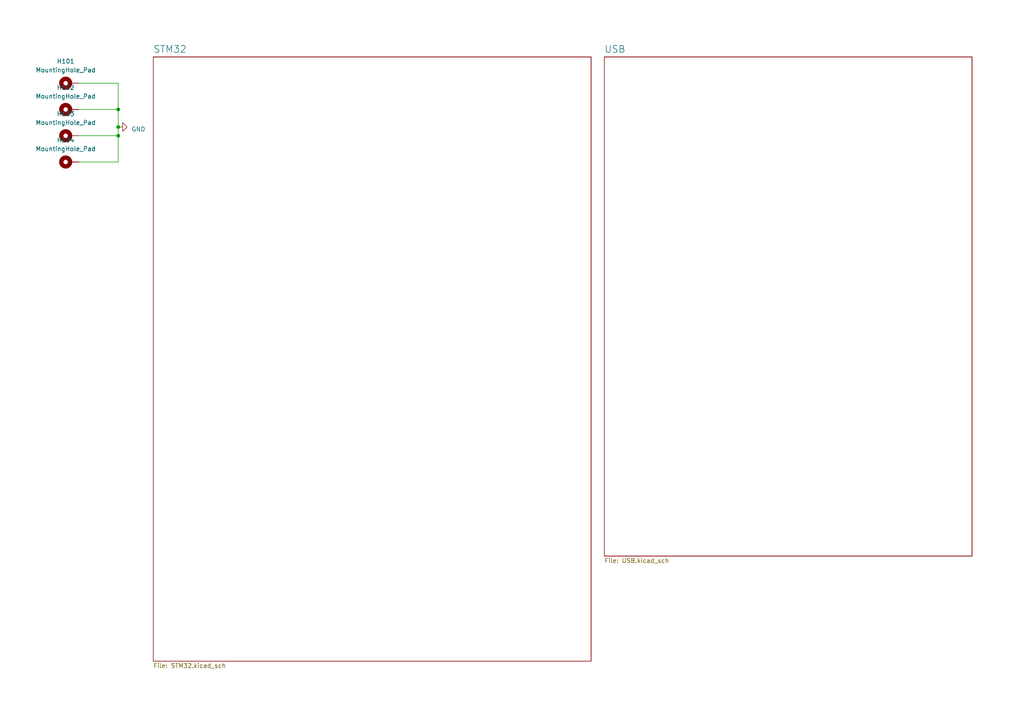
<source format=kicad_sch>
(kicad_sch (version 20231120) (generator "eeschema") (generator_version "8.0")
  (paper "A4")
  (title_block (title "Tuto USB-C") (date "2024-09-17") (rev "Jean-Philippe THOMAR") (company "ENSEA 3A ESE"))
  (lib_symbols
    (symbol "Mechanical:MountingHole_Pad" (pin_numbers hide) (pin_names (offset 1.016) hide) (exclude_from_sim yes) (in_bom no)
      (property "Reference" "H" (at 0 6.35 0))
      (property "Value" "MountingHole_Pad" (at 0 4.445 0))
      (symbol "MountingHole_Pad_0_1"
        (circle (center 0 1.27) (radius 1.27) (stroke (width 1.27)))
      )
      (symbol "MountingHole_Pad_1_1"
        (pin input line (at 0 -2.54 90) (length 2.54) (name "1") (number "1"))
      )
    )
    (symbol "power:GND" (power) (pin_names (offset 0))
      (property "Value" "GND" (at 0 -3.81 0))
      (symbol "GND_0_1"
        (polyline (pts (xy 0 0) (xy 0 -1.27) (xy 1.27 -1.27) (xy 0 -2.54) (xy -1.27 -1.27) (xy 0 -1.27)))
      )
      (symbol "GND_1_1"
        (pin power_in line (at 0 0 270) (length 0) hide (name "GND") (number "1"))
      )
    )
  )
  (junction (at 34.29 39.37))
  (junction (at 34.29 31.75))
  (junction (at 34.29 36.83))
  (wire (pts (xy 34.29 36.83) (xy 34.29 31.75)))
  (wire (pts (xy 34.29 24.13) (xy 22.86 24.13)))
  (wire (pts (xy 22.86 46.99) (xy 34.29 46.99)))
  (wire (pts (xy 22.86 39.37) (xy 34.29 39.37)))
  (wire (pts (xy 34.29 36.83) (xy 34.29 39.37)))
  (wire (pts (xy 22.86 31.75) (xy 34.29 31.75)))
  (wire (pts (xy 34.29 31.75) (xy 34.29 24.13)))
  (wire (pts (xy 34.29 39.37) (xy 34.29 46.99)))
  (symbol (lib_id "Mechanical:MountingHole_Pad") (at 20.32 24.13 90) (unit 1) (exclude_from_sim yes) (in_bom no)
    (property "Reference" "H101" (at 19.05 17.78 90))
    (property "Value" "MountingHole_Pad" (at 19.05 20.32 90))
    (property "Description" "Mounting Hole with connection" (effects (hide yes)))
  )
  (symbol (lib_id "Mechanical:MountingHole_Pad") (at 20.32 39.37 90) (unit 1) (exclude_from_sim yes) (in_bom no)
    (property "Reference" "H103" (at 19.05 33.02 90))
    (property "Value" "MountingHole_Pad" (at 19.05 35.56 90))
    (property "Description" "Mounting Hole with connection" (effects (hide yes)))
  )
  (symbol (lib_id "Mechanical:MountingHole_Pad") (at 20.32 46.99 90) (unit 1) (exclude_from_sim yes) (in_bom no)
    (property "Reference" "H104" (at 19.05 40.64 90))
    (property "Value" "MountingHole_Pad" (at 19.05 43.18 90))
    (property "Description" "Mounting Hole with connection" (effects (hide yes)))
  )
  (symbol (lib_id "power:GND") (at 34.29 36.83 90) (unit 1)
    (property "Reference" "#PWR0101" (effects (hide yes)))
    (property "Value" "GND" (at 38.1 37.465 90) (effects (justify right)))
  )
  (symbol (lib_id "Mechanical:MountingHole_Pad") (at 20.32 31.75 90) (unit 1) (exclude_from_sim yes) (in_bom no)
    (property "Reference" "H102" (at 19.05 25.4 90))
    (property "Value" "MountingHole_Pad" (at 19.05 27.94 90))
    (property "Description" "Mounting Hole with connection" (effects (hide yes)))
  )
  (sheet (at 175.26 16.51) (size 106.68 144.78) (stroke (width 0.1524))
    (property "Sheetname" "USB" (at 175.26 15.4334 0) (effects (font (size 2 2)) (justify left bottom)))
    (property "Sheetfile" "USB.kicad_sch" (at 175.26 161.8746 0) (effects (justify left top)))
  )
  (sheet (at 44.45 16.51) (size 127 175.26) (stroke (width 0.1524))
    (property "Sheetname" "STM32" (at 44.45 15.4334 0) (effects (font (size 2 2)) (justify left bottom)))
    (property "Sheetfile" "STM32.kicad_sch" (at 44.45 192.3546 0) (effects (justify left top)))
  )
)
</source>
